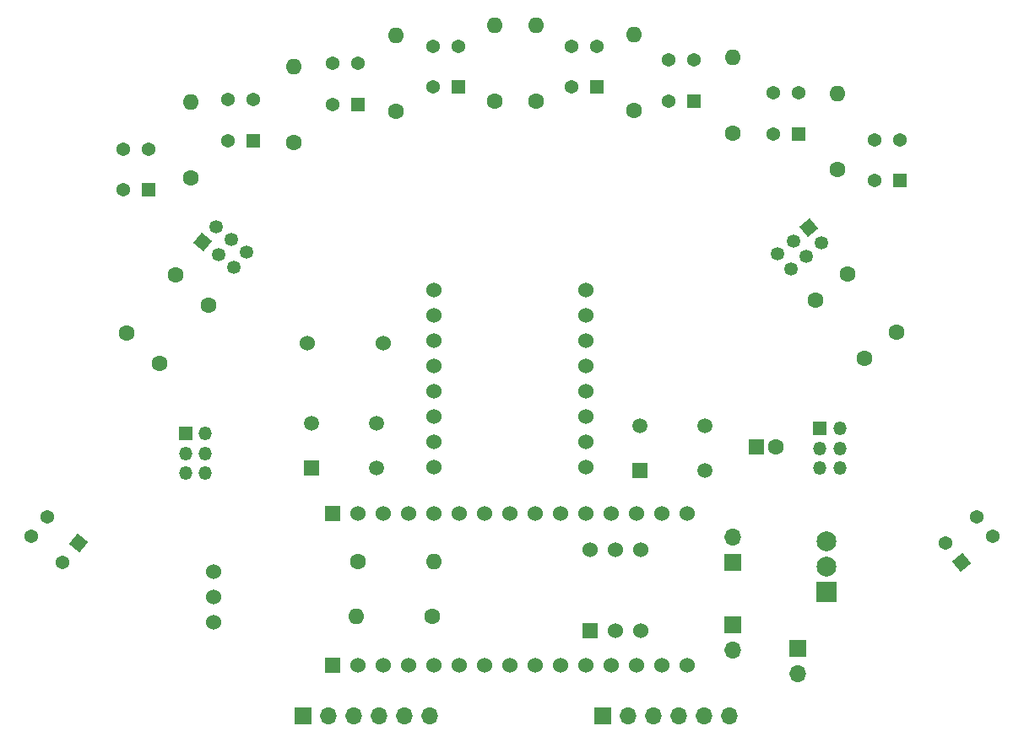
<source format=gbs>
%TF.GenerationSoftware,KiCad,Pcbnew,7.0.1*%
%TF.CreationDate,2023-05-16T11:07:41+09:00*%
%TF.ProjectId,trace,74726163-652e-46b6-9963-61645f706362,rev?*%
%TF.SameCoordinates,Original*%
%TF.FileFunction,Soldermask,Bot*%
%TF.FilePolarity,Negative*%
%FSLAX46Y46*%
G04 Gerber Fmt 4.6, Leading zero omitted, Abs format (unit mm)*
G04 Created by KiCad (PCBNEW 7.0.1) date 2023-05-16 11:07:41*
%MOMM*%
%LPD*%
G01*
G04 APERTURE LIST*
G04 Aperture macros list*
%AMHorizOval*
0 Thick line with rounded ends*
0 $1 width*
0 $2 $3 position (X,Y) of the first rounded end (center of the circle)*
0 $4 $5 position (X,Y) of the second rounded end (center of the circle)*
0 Add line between two ends*
20,1,$1,$2,$3,$4,$5,0*
0 Add two circle primitives to create the rounded ends*
1,1,$1,$2,$3*
1,1,$1,$4,$5*%
%AMRotRect*
0 Rectangle, with rotation*
0 The origin of the aperture is its center*
0 $1 length*
0 $2 width*
0 $3 Rotation angle, in degrees counterclockwise*
0 Add horizontal line*
21,1,$1,$2,0,0,$3*%
G04 Aperture macros list end*
%ADD10C,1.600000*%
%ADD11O,1.600000X1.600000*%
%ADD12R,1.368000X1.368000*%
%ADD13C,1.368000*%
%ADD14R,1.700000X1.700000*%
%ADD15O,1.700000X1.700000*%
%ADD16R,1.530000X1.530000*%
%ADD17C,1.530000*%
%ADD18C,1.524000*%
%ADD19RotRect,1.350000X1.350000X310.000000*%
%ADD20HorizOval,1.350000X0.000000X0.000000X0.000000X0.000000X0*%
%ADD21R,1.508000X1.508000*%
%ADD22C,1.508000*%
%ADD23R,1.524000X1.524000*%
%ADD24R,1.350000X1.350000*%
%ADD25O,1.350000X1.350000*%
%ADD26HorizOval,1.600000X0.000000X0.000000X0.000000X0.000000X0*%
%ADD27RotRect,1.350000X1.350000X50.000000*%
%ADD28HorizOval,1.350000X0.000000X0.000000X0.000000X0.000000X0*%
%ADD29RotRect,1.368000X1.368000X130.000000*%
%ADD30R,1.600000X1.600000*%
%ADD31HorizOval,1.600000X0.000000X0.000000X0.000000X0.000000X0*%
%ADD32RotRect,1.368000X1.368000X230.000000*%
%ADD33R,1.995000X1.995000*%
%ADD34C,1.995000*%
G04 APERTURE END LIST*
D10*
%TO.C,R3*%
X122417500Y-60162500D03*
D11*
X122417500Y-52542500D03*
%TD*%
D12*
%TO.C,U9*%
X162787500Y-62392500D03*
D13*
X162787500Y-58292500D03*
X160247500Y-58292500D03*
X160247500Y-62392500D03*
%TD*%
D14*
%TO.C,C2*%
X156217500Y-105417500D03*
D15*
X156217500Y-102877500D03*
%TD*%
D10*
%TO.C,R2*%
X101817500Y-66852500D03*
D11*
X101817500Y-59232500D03*
%TD*%
D10*
%TO.C,R7*%
X156217500Y-62352500D03*
D11*
X156217500Y-54732500D03*
%TD*%
D16*
%TO.C,U1*%
X116037500Y-115762500D03*
D17*
X118577500Y-115762500D03*
X121117500Y-115762500D03*
X123657500Y-115762500D03*
X126197500Y-115762500D03*
X128737500Y-115762500D03*
X131277500Y-115762500D03*
X133817500Y-115762500D03*
X136357500Y-115762500D03*
X138897500Y-115762500D03*
X141437500Y-115762500D03*
X143977500Y-115762500D03*
X146517500Y-115762500D03*
X149057500Y-115762500D03*
X151597500Y-115762500D03*
D16*
X116037500Y-100522500D03*
D17*
X118577500Y-100522500D03*
X121117500Y-100522500D03*
X123657500Y-100522500D03*
X126197500Y-100522500D03*
X128737500Y-100522500D03*
X131277500Y-100522500D03*
X133817500Y-100522500D03*
X136357500Y-100522500D03*
X138897500Y-100522500D03*
X141437500Y-100522500D03*
X143977500Y-100522500D03*
X146517500Y-100522500D03*
X149057500Y-100522500D03*
X151597500Y-100522500D03*
%TD*%
D14*
%TO.C,J1*%
X113097500Y-120842500D03*
D15*
X115637500Y-120842500D03*
X118177500Y-120842500D03*
X120717500Y-120842500D03*
X123257500Y-120842500D03*
X125797500Y-120842500D03*
%TD*%
D18*
%TO.C,U14*%
X126197500Y-95832500D03*
X126197500Y-93292500D03*
X126197500Y-90752500D03*
X126197500Y-88212500D03*
X126197500Y-85672500D03*
X126197500Y-83132500D03*
X126197500Y-80592500D03*
X126197500Y-78052500D03*
X141437500Y-78052500D03*
X141437500Y-80592500D03*
X141437500Y-83132500D03*
X141437500Y-85672500D03*
X141437500Y-88212500D03*
X141437500Y-90752500D03*
X141437500Y-93292500D03*
X141437500Y-95832500D03*
%TD*%
D10*
%TO.C,R10*%
X126027500Y-110842500D03*
D11*
X118407500Y-110842500D03*
%TD*%
D19*
%TO.C,J2*%
X163797802Y-71852881D03*
D20*
X165083377Y-73384970D03*
X162265713Y-73138456D03*
X163551288Y-74670545D03*
X160733624Y-74424031D03*
X162019199Y-75956120D03*
%TD*%
D21*
%TO.C,S2*%
X146903000Y-96192500D03*
D22*
X153403000Y-96192500D03*
X146903000Y-91692500D03*
X153403000Y-91692500D03*
%TD*%
D10*
%TO.C,R5*%
X136517500Y-59152500D03*
D11*
X136517500Y-51532500D03*
%TD*%
D10*
%TO.C,R4*%
X132317500Y-59152500D03*
D11*
X132317500Y-51532500D03*
%TD*%
D18*
%TO.C,U12*%
X141877500Y-104192500D03*
X144417500Y-104192500D03*
X146957500Y-104192500D03*
D23*
X141877500Y-112292500D03*
D18*
X144417500Y-112292500D03*
X146957500Y-112292500D03*
%TD*%
D24*
%TO.C,J4*%
X164956500Y-91970500D03*
D25*
X166956500Y-91970500D03*
X164956500Y-93970500D03*
X166956500Y-93970500D03*
X164956500Y-95970500D03*
X166956500Y-95970500D03*
%TD*%
D10*
%TO.C,R14*%
X164523480Y-79113871D03*
D26*
X169421522Y-84951130D03*
%TD*%
D24*
%TO.C,J5*%
X101329500Y-92478500D03*
D25*
X103329500Y-92478500D03*
X101329500Y-94478500D03*
X103329500Y-94478500D03*
X101329500Y-96478500D03*
X103329500Y-96478500D03*
%TD*%
D14*
%TO.C,J7*%
X143192500Y-120817500D03*
D15*
X145732500Y-120817500D03*
X148272500Y-120817500D03*
X150812500Y-120817500D03*
X153352500Y-120817500D03*
X155892500Y-120817500D03*
%TD*%
D27*
%TO.C,J3*%
X103075624Y-73257969D03*
D28*
X104361199Y-71725880D03*
X104607713Y-74543544D03*
X105893288Y-73011455D03*
X106139802Y-75829119D03*
X107425377Y-74297031D03*
%TD*%
D14*
%TO.C,C1*%
X156217500Y-111667500D03*
D15*
X156217500Y-114207500D03*
%TD*%
D29*
%TO.C,U11*%
X179172449Y-105405091D03*
D13*
X182313231Y-102769662D03*
X180680551Y-100823909D03*
X177539769Y-103459338D03*
%TD*%
D12*
%TO.C,U8*%
X173004291Y-67092500D03*
D13*
X173004291Y-62992500D03*
X170464291Y-62992500D03*
X170464291Y-67092500D03*
%TD*%
D18*
%TO.C,SW1*%
X104117500Y-106402500D03*
X104117500Y-108942500D03*
X104117500Y-111482500D03*
%TD*%
D10*
%TO.C,R6*%
X146317500Y-60052500D03*
D11*
X146317500Y-52432500D03*
%TD*%
D30*
%TO.C,C3*%
X158562388Y-93842500D03*
D10*
X160562388Y-93842500D03*
%TD*%
%TO.C,R12*%
X98737480Y-85459130D03*
D31*
X103635522Y-79621871D03*
%TD*%
D10*
%TO.C,R9*%
X95435480Y-82411130D03*
D31*
X100333522Y-76573871D03*
%TD*%
D12*
%TO.C,U4*%
X128687500Y-57692500D03*
D13*
X128687500Y-53592500D03*
X126147500Y-53592500D03*
X126147500Y-57692500D03*
%TD*%
D18*
%TO.C,U13*%
X121117500Y-83442500D03*
X113517500Y-83392500D03*
%TD*%
D14*
%TO.C,J6*%
X162717500Y-114067500D03*
D15*
X162717500Y-116607500D03*
%TD*%
D32*
%TO.C,U10*%
X90619231Y-103459338D03*
D13*
X87478449Y-100823909D03*
X85845769Y-102769662D03*
X88986551Y-105405091D03*
%TD*%
D12*
%TO.C,U5*%
X118600710Y-59442500D03*
D13*
X118600710Y-55342500D03*
X116060710Y-55342500D03*
X116060710Y-59442500D03*
%TD*%
D21*
%TO.C,S1*%
X113967500Y-95992500D03*
D22*
X120467500Y-95992500D03*
X113967500Y-91492500D03*
X120467500Y-91492500D03*
%TD*%
D10*
%TO.C,R1*%
X112217500Y-63252500D03*
D11*
X112217500Y-55632500D03*
%TD*%
D10*
%TO.C,R8*%
X166717500Y-65952500D03*
D11*
X166717500Y-58332500D03*
%TD*%
D12*
%TO.C,U7*%
X142587500Y-57692500D03*
D13*
X142587500Y-53592500D03*
X140047500Y-53592500D03*
X140047500Y-57692500D03*
%TD*%
D10*
%TO.C,R13*%
X167698480Y-76446871D03*
D26*
X172596522Y-82284130D03*
%TD*%
D12*
%TO.C,U2*%
X97657500Y-68042500D03*
D13*
X97657500Y-63942500D03*
X95117500Y-63942500D03*
X95117500Y-68042500D03*
%TD*%
D10*
%TO.C,R11*%
X118607500Y-105342500D03*
D11*
X126227500Y-105342500D03*
%TD*%
D12*
%TO.C,U6*%
X152287500Y-59092500D03*
D13*
X152287500Y-54992500D03*
X149747500Y-54992500D03*
X149747500Y-59092500D03*
%TD*%
D33*
%TO.C,\u4E09\u7AEF\u5B501*%
X165592500Y-108382500D03*
D34*
X165592500Y-105842500D03*
X165592500Y-103302500D03*
%TD*%
D12*
%TO.C,U3*%
X108087500Y-63092500D03*
D13*
X108087500Y-58992500D03*
X105547500Y-58992500D03*
X105547500Y-63092500D03*
%TD*%
M02*

</source>
